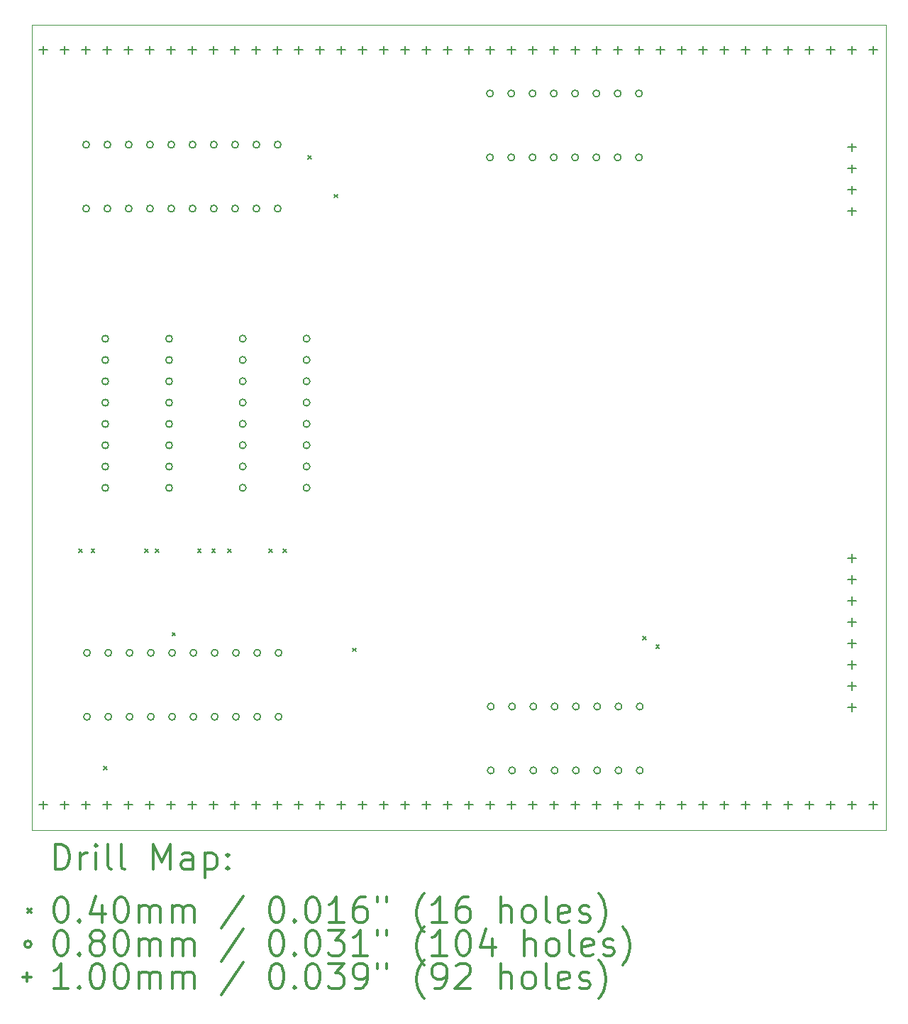
<source format=gbr>
%FSLAX45Y45*%
G04 Gerber Fmt 4.5, Leading zero omitted, Abs format (unit mm)*
G04 Created by KiCad (PCBNEW (5.1.9)-1) date 2022-07-23 11:43:17*
%MOMM*%
%LPD*%
G01*
G04 APERTURE LIST*
%TA.AperFunction,Profile*%
%ADD10C,0.100000*%
%TD*%
%ADD11C,0.200000*%
%ADD12C,0.300000*%
G04 APERTURE END LIST*
D10*
X8500000Y-13900000D02*
X8500000Y-4300000D01*
X18700000Y-13900000D02*
X8500000Y-13900000D01*
X18700000Y-4300000D02*
X18700000Y-13900000D01*
X8500000Y-4300000D02*
X18700000Y-4300000D01*
D11*
X9060000Y-10550000D02*
X9100000Y-10590000D01*
X9100000Y-10550000D02*
X9060000Y-10590000D01*
X9210000Y-10550000D02*
X9250000Y-10590000D01*
X9250000Y-10550000D02*
X9210000Y-10590000D01*
X9360001Y-13140000D02*
X9400001Y-13180000D01*
X9400001Y-13140000D02*
X9360001Y-13180000D01*
X9850000Y-10550000D02*
X9890000Y-10590000D01*
X9890000Y-10550000D02*
X9850000Y-10590000D01*
X9980000Y-10551050D02*
X10020000Y-10591050D01*
X10020000Y-10551050D02*
X9980000Y-10591050D01*
X10175000Y-11545000D02*
X10215000Y-11585000D01*
X10215000Y-11545000D02*
X10175000Y-11585000D01*
X10480000Y-10550000D02*
X10520000Y-10590000D01*
X10520000Y-10550000D02*
X10480000Y-10590000D01*
X10650000Y-10550000D02*
X10690000Y-10590000D01*
X10690000Y-10550000D02*
X10650000Y-10590000D01*
X10840000Y-10550000D02*
X10880000Y-10590000D01*
X10880000Y-10550000D02*
X10840000Y-10590000D01*
X11330000Y-10550000D02*
X11370000Y-10590000D01*
X11370000Y-10550000D02*
X11330000Y-10590000D01*
X11500000Y-10550000D02*
X11540000Y-10590000D01*
X11540000Y-10550000D02*
X11500000Y-10590000D01*
X11797500Y-5860000D02*
X11837500Y-5900000D01*
X11837500Y-5860000D02*
X11797500Y-5900000D01*
X12110000Y-6320000D02*
X12150000Y-6360000D01*
X12150000Y-6320000D02*
X12110000Y-6360000D01*
X12330000Y-11730000D02*
X12370000Y-11770000D01*
X12370000Y-11730000D02*
X12330000Y-11770000D01*
X15792000Y-11592000D02*
X15832000Y-11632000D01*
X15832000Y-11592000D02*
X15792000Y-11632000D01*
X15950000Y-11690000D02*
X15990000Y-11730000D01*
X15990000Y-11690000D02*
X15950000Y-11730000D01*
X9190000Y-5728000D02*
G75*
G03*
X9190000Y-5728000I-40000J0D01*
G01*
X9190000Y-6490000D02*
G75*
G03*
X9190000Y-6490000I-40000J0D01*
G01*
X9200000Y-11788000D02*
G75*
G03*
X9200000Y-11788000I-40000J0D01*
G01*
X9200000Y-12550000D02*
G75*
G03*
X9200000Y-12550000I-40000J0D01*
G01*
X9418000Y-8042000D02*
G75*
G03*
X9418000Y-8042000I-40000J0D01*
G01*
X9418000Y-8296000D02*
G75*
G03*
X9418000Y-8296000I-40000J0D01*
G01*
X9418000Y-8550000D02*
G75*
G03*
X9418000Y-8550000I-40000J0D01*
G01*
X9418000Y-8804000D02*
G75*
G03*
X9418000Y-8804000I-40000J0D01*
G01*
X9418000Y-9058000D02*
G75*
G03*
X9418000Y-9058000I-40000J0D01*
G01*
X9418000Y-9312000D02*
G75*
G03*
X9418000Y-9312000I-40000J0D01*
G01*
X9418000Y-9566000D02*
G75*
G03*
X9418000Y-9566000I-40000J0D01*
G01*
X9418000Y-9820000D02*
G75*
G03*
X9418000Y-9820000I-40000J0D01*
G01*
X9444000Y-5728000D02*
G75*
G03*
X9444000Y-5728000I-40000J0D01*
G01*
X9444000Y-6490000D02*
G75*
G03*
X9444000Y-6490000I-40000J0D01*
G01*
X9454000Y-11788000D02*
G75*
G03*
X9454000Y-11788000I-40000J0D01*
G01*
X9454000Y-12550000D02*
G75*
G03*
X9454000Y-12550000I-40000J0D01*
G01*
X9698000Y-5728000D02*
G75*
G03*
X9698000Y-5728000I-40000J0D01*
G01*
X9698000Y-6490000D02*
G75*
G03*
X9698000Y-6490000I-40000J0D01*
G01*
X9708000Y-11788000D02*
G75*
G03*
X9708000Y-11788000I-40000J0D01*
G01*
X9708000Y-12550000D02*
G75*
G03*
X9708000Y-12550000I-40000J0D01*
G01*
X9952000Y-5728000D02*
G75*
G03*
X9952000Y-5728000I-40000J0D01*
G01*
X9952000Y-6490000D02*
G75*
G03*
X9952000Y-6490000I-40000J0D01*
G01*
X9962000Y-11788000D02*
G75*
G03*
X9962000Y-11788000I-40000J0D01*
G01*
X9962000Y-12550000D02*
G75*
G03*
X9962000Y-12550000I-40000J0D01*
G01*
X10180000Y-8042000D02*
G75*
G03*
X10180000Y-8042000I-40000J0D01*
G01*
X10180000Y-8296000D02*
G75*
G03*
X10180000Y-8296000I-40000J0D01*
G01*
X10180000Y-8550000D02*
G75*
G03*
X10180000Y-8550000I-40000J0D01*
G01*
X10180000Y-8804000D02*
G75*
G03*
X10180000Y-8804000I-40000J0D01*
G01*
X10180000Y-9058000D02*
G75*
G03*
X10180000Y-9058000I-40000J0D01*
G01*
X10180000Y-9312000D02*
G75*
G03*
X10180000Y-9312000I-40000J0D01*
G01*
X10180000Y-9566000D02*
G75*
G03*
X10180000Y-9566000I-40000J0D01*
G01*
X10180000Y-9820000D02*
G75*
G03*
X10180000Y-9820000I-40000J0D01*
G01*
X10206000Y-5728000D02*
G75*
G03*
X10206000Y-5728000I-40000J0D01*
G01*
X10206000Y-6490000D02*
G75*
G03*
X10206000Y-6490000I-40000J0D01*
G01*
X10216000Y-11788000D02*
G75*
G03*
X10216000Y-11788000I-40000J0D01*
G01*
X10216000Y-12550000D02*
G75*
G03*
X10216000Y-12550000I-40000J0D01*
G01*
X10460000Y-5728000D02*
G75*
G03*
X10460000Y-5728000I-40000J0D01*
G01*
X10460000Y-6490000D02*
G75*
G03*
X10460000Y-6490000I-40000J0D01*
G01*
X10470000Y-11788000D02*
G75*
G03*
X10470000Y-11788000I-40000J0D01*
G01*
X10470000Y-12550000D02*
G75*
G03*
X10470000Y-12550000I-40000J0D01*
G01*
X10714000Y-5728000D02*
G75*
G03*
X10714000Y-5728000I-40000J0D01*
G01*
X10714000Y-6490000D02*
G75*
G03*
X10714000Y-6490000I-40000J0D01*
G01*
X10724000Y-11788000D02*
G75*
G03*
X10724000Y-11788000I-40000J0D01*
G01*
X10724000Y-12550000D02*
G75*
G03*
X10724000Y-12550000I-40000J0D01*
G01*
X10968000Y-5728000D02*
G75*
G03*
X10968000Y-5728000I-40000J0D01*
G01*
X10968000Y-6490000D02*
G75*
G03*
X10968000Y-6490000I-40000J0D01*
G01*
X10978000Y-11788000D02*
G75*
G03*
X10978000Y-11788000I-40000J0D01*
G01*
X10978000Y-12550000D02*
G75*
G03*
X10978000Y-12550000I-40000J0D01*
G01*
X11058000Y-8042000D02*
G75*
G03*
X11058000Y-8042000I-40000J0D01*
G01*
X11058000Y-8296000D02*
G75*
G03*
X11058000Y-8296000I-40000J0D01*
G01*
X11058000Y-8550000D02*
G75*
G03*
X11058000Y-8550000I-40000J0D01*
G01*
X11058000Y-8804000D02*
G75*
G03*
X11058000Y-8804000I-40000J0D01*
G01*
X11058000Y-9058000D02*
G75*
G03*
X11058000Y-9058000I-40000J0D01*
G01*
X11058000Y-9312000D02*
G75*
G03*
X11058000Y-9312000I-40000J0D01*
G01*
X11058000Y-9566000D02*
G75*
G03*
X11058000Y-9566000I-40000J0D01*
G01*
X11058000Y-9820000D02*
G75*
G03*
X11058000Y-9820000I-40000J0D01*
G01*
X11222000Y-5728000D02*
G75*
G03*
X11222000Y-5728000I-40000J0D01*
G01*
X11222000Y-6490000D02*
G75*
G03*
X11222000Y-6490000I-40000J0D01*
G01*
X11232000Y-11788000D02*
G75*
G03*
X11232000Y-11788000I-40000J0D01*
G01*
X11232000Y-12550000D02*
G75*
G03*
X11232000Y-12550000I-40000J0D01*
G01*
X11476000Y-5728000D02*
G75*
G03*
X11476000Y-5728000I-40000J0D01*
G01*
X11476000Y-6490000D02*
G75*
G03*
X11476000Y-6490000I-40000J0D01*
G01*
X11486000Y-11788000D02*
G75*
G03*
X11486000Y-11788000I-40000J0D01*
G01*
X11486000Y-12550000D02*
G75*
G03*
X11486000Y-12550000I-40000J0D01*
G01*
X11820000Y-8042000D02*
G75*
G03*
X11820000Y-8042000I-40000J0D01*
G01*
X11820000Y-8296000D02*
G75*
G03*
X11820000Y-8296000I-40000J0D01*
G01*
X11820000Y-8550000D02*
G75*
G03*
X11820000Y-8550000I-40000J0D01*
G01*
X11820000Y-8804000D02*
G75*
G03*
X11820000Y-8804000I-40000J0D01*
G01*
X11820000Y-9058000D02*
G75*
G03*
X11820000Y-9058000I-40000J0D01*
G01*
X11820000Y-9312000D02*
G75*
G03*
X11820000Y-9312000I-40000J0D01*
G01*
X11820000Y-9566000D02*
G75*
G03*
X11820000Y-9566000I-40000J0D01*
G01*
X11820000Y-9820000D02*
G75*
G03*
X11820000Y-9820000I-40000J0D01*
G01*
X14010000Y-5118000D02*
G75*
G03*
X14010000Y-5118000I-40000J0D01*
G01*
X14010000Y-5880000D02*
G75*
G03*
X14010000Y-5880000I-40000J0D01*
G01*
X14020000Y-12428000D02*
G75*
G03*
X14020000Y-12428000I-40000J0D01*
G01*
X14020000Y-13190000D02*
G75*
G03*
X14020000Y-13190000I-40000J0D01*
G01*
X14264000Y-5118000D02*
G75*
G03*
X14264000Y-5118000I-40000J0D01*
G01*
X14264000Y-5880000D02*
G75*
G03*
X14264000Y-5880000I-40000J0D01*
G01*
X14274000Y-12428000D02*
G75*
G03*
X14274000Y-12428000I-40000J0D01*
G01*
X14274000Y-13190000D02*
G75*
G03*
X14274000Y-13190000I-40000J0D01*
G01*
X14518000Y-5118000D02*
G75*
G03*
X14518000Y-5118000I-40000J0D01*
G01*
X14518000Y-5880000D02*
G75*
G03*
X14518000Y-5880000I-40000J0D01*
G01*
X14528000Y-12428000D02*
G75*
G03*
X14528000Y-12428000I-40000J0D01*
G01*
X14528000Y-13190000D02*
G75*
G03*
X14528000Y-13190000I-40000J0D01*
G01*
X14772000Y-5118000D02*
G75*
G03*
X14772000Y-5118000I-40000J0D01*
G01*
X14772000Y-5880000D02*
G75*
G03*
X14772000Y-5880000I-40000J0D01*
G01*
X14782000Y-12428000D02*
G75*
G03*
X14782000Y-12428000I-40000J0D01*
G01*
X14782000Y-13190000D02*
G75*
G03*
X14782000Y-13190000I-40000J0D01*
G01*
X15026000Y-5118000D02*
G75*
G03*
X15026000Y-5118000I-40000J0D01*
G01*
X15026000Y-5880000D02*
G75*
G03*
X15026000Y-5880000I-40000J0D01*
G01*
X15036000Y-12428000D02*
G75*
G03*
X15036000Y-12428000I-40000J0D01*
G01*
X15036000Y-13190000D02*
G75*
G03*
X15036000Y-13190000I-40000J0D01*
G01*
X15280000Y-5118000D02*
G75*
G03*
X15280000Y-5118000I-40000J0D01*
G01*
X15280000Y-5880000D02*
G75*
G03*
X15280000Y-5880000I-40000J0D01*
G01*
X15290000Y-12428000D02*
G75*
G03*
X15290000Y-12428000I-40000J0D01*
G01*
X15290000Y-13190000D02*
G75*
G03*
X15290000Y-13190000I-40000J0D01*
G01*
X15534000Y-5118000D02*
G75*
G03*
X15534000Y-5118000I-40000J0D01*
G01*
X15534000Y-5880000D02*
G75*
G03*
X15534000Y-5880000I-40000J0D01*
G01*
X15544000Y-12428000D02*
G75*
G03*
X15544000Y-12428000I-40000J0D01*
G01*
X15544000Y-13190000D02*
G75*
G03*
X15544000Y-13190000I-40000J0D01*
G01*
X15788000Y-5118000D02*
G75*
G03*
X15788000Y-5118000I-40000J0D01*
G01*
X15788000Y-5880000D02*
G75*
G03*
X15788000Y-5880000I-40000J0D01*
G01*
X15798000Y-12428000D02*
G75*
G03*
X15798000Y-12428000I-40000J0D01*
G01*
X15798000Y-13190000D02*
G75*
G03*
X15798000Y-13190000I-40000J0D01*
G01*
X8640000Y-4550000D02*
X8640000Y-4650000D01*
X8590000Y-4600000D02*
X8690000Y-4600000D01*
X8640000Y-13550000D02*
X8640000Y-13650000D01*
X8590000Y-13600000D02*
X8690000Y-13600000D01*
X8894000Y-4550000D02*
X8894000Y-4650000D01*
X8844000Y-4600000D02*
X8944000Y-4600000D01*
X8894000Y-13550000D02*
X8894000Y-13650000D01*
X8844000Y-13600000D02*
X8944000Y-13600000D01*
X9148000Y-4550000D02*
X9148000Y-4650000D01*
X9098000Y-4600000D02*
X9198000Y-4600000D01*
X9148000Y-13550000D02*
X9148000Y-13650000D01*
X9098000Y-13600000D02*
X9198000Y-13600000D01*
X9402000Y-4550000D02*
X9402000Y-4650000D01*
X9352000Y-4600000D02*
X9452000Y-4600000D01*
X9402000Y-13550000D02*
X9402000Y-13650000D01*
X9352000Y-13600000D02*
X9452000Y-13600000D01*
X9656000Y-4550000D02*
X9656000Y-4650000D01*
X9606000Y-4600000D02*
X9706000Y-4600000D01*
X9656000Y-13550000D02*
X9656000Y-13650000D01*
X9606000Y-13600000D02*
X9706000Y-13600000D01*
X9910000Y-4550000D02*
X9910000Y-4650000D01*
X9860000Y-4600000D02*
X9960000Y-4600000D01*
X9910000Y-13550000D02*
X9910000Y-13650000D01*
X9860000Y-13600000D02*
X9960000Y-13600000D01*
X10164000Y-4550000D02*
X10164000Y-4650000D01*
X10114000Y-4600000D02*
X10214000Y-4600000D01*
X10164000Y-13550000D02*
X10164000Y-13650000D01*
X10114000Y-13600000D02*
X10214000Y-13600000D01*
X10418000Y-4550000D02*
X10418000Y-4650000D01*
X10368000Y-4600000D02*
X10468000Y-4600000D01*
X10418000Y-13550000D02*
X10418000Y-13650000D01*
X10368000Y-13600000D02*
X10468000Y-13600000D01*
X10672000Y-4550000D02*
X10672000Y-4650000D01*
X10622000Y-4600000D02*
X10722000Y-4600000D01*
X10672000Y-13550000D02*
X10672000Y-13650000D01*
X10622000Y-13600000D02*
X10722000Y-13600000D01*
X10926000Y-4550000D02*
X10926000Y-4650000D01*
X10876000Y-4600000D02*
X10976000Y-4600000D01*
X10926000Y-13550000D02*
X10926000Y-13650000D01*
X10876000Y-13600000D02*
X10976000Y-13600000D01*
X11180000Y-4550000D02*
X11180000Y-4650000D01*
X11130000Y-4600000D02*
X11230000Y-4600000D01*
X11180000Y-13550000D02*
X11180000Y-13650000D01*
X11130000Y-13600000D02*
X11230000Y-13600000D01*
X11434000Y-4550000D02*
X11434000Y-4650000D01*
X11384000Y-4600000D02*
X11484000Y-4600000D01*
X11434000Y-13550000D02*
X11434000Y-13650000D01*
X11384000Y-13600000D02*
X11484000Y-13600000D01*
X11688000Y-4550000D02*
X11688000Y-4650000D01*
X11638000Y-4600000D02*
X11738000Y-4600000D01*
X11688000Y-13550000D02*
X11688000Y-13650000D01*
X11638000Y-13600000D02*
X11738000Y-13600000D01*
X11942000Y-4550000D02*
X11942000Y-4650000D01*
X11892000Y-4600000D02*
X11992000Y-4600000D01*
X11942000Y-13550000D02*
X11942000Y-13650000D01*
X11892000Y-13600000D02*
X11992000Y-13600000D01*
X12196000Y-4550000D02*
X12196000Y-4650000D01*
X12146000Y-4600000D02*
X12246000Y-4600000D01*
X12196000Y-13550000D02*
X12196000Y-13650000D01*
X12146000Y-13600000D02*
X12246000Y-13600000D01*
X12450000Y-4550000D02*
X12450000Y-4650000D01*
X12400000Y-4600000D02*
X12500000Y-4600000D01*
X12450000Y-13550000D02*
X12450000Y-13650000D01*
X12400000Y-13600000D02*
X12500000Y-13600000D01*
X12704000Y-4550000D02*
X12704000Y-4650000D01*
X12654000Y-4600000D02*
X12754000Y-4600000D01*
X12704000Y-13550000D02*
X12704000Y-13650000D01*
X12654000Y-13600000D02*
X12754000Y-13600000D01*
X12958000Y-4550000D02*
X12958000Y-4650000D01*
X12908000Y-4600000D02*
X13008000Y-4600000D01*
X12958000Y-13550000D02*
X12958000Y-13650000D01*
X12908000Y-13600000D02*
X13008000Y-13600000D01*
X13212000Y-4550000D02*
X13212000Y-4650000D01*
X13162000Y-4600000D02*
X13262000Y-4600000D01*
X13212000Y-13550000D02*
X13212000Y-13650000D01*
X13162000Y-13600000D02*
X13262000Y-13600000D01*
X13466000Y-4550000D02*
X13466000Y-4650000D01*
X13416000Y-4600000D02*
X13516000Y-4600000D01*
X13466000Y-13550000D02*
X13466000Y-13650000D01*
X13416000Y-13600000D02*
X13516000Y-13600000D01*
X13720000Y-4550000D02*
X13720000Y-4650000D01*
X13670000Y-4600000D02*
X13770000Y-4600000D01*
X13720000Y-13550000D02*
X13720000Y-13650000D01*
X13670000Y-13600000D02*
X13770000Y-13600000D01*
X13974000Y-4550000D02*
X13974000Y-4650000D01*
X13924000Y-4600000D02*
X14024000Y-4600000D01*
X13974000Y-13550000D02*
X13974000Y-13650000D01*
X13924000Y-13600000D02*
X14024000Y-13600000D01*
X14228000Y-4550000D02*
X14228000Y-4650000D01*
X14178000Y-4600000D02*
X14278000Y-4600000D01*
X14228000Y-13550000D02*
X14228000Y-13650000D01*
X14178000Y-13600000D02*
X14278000Y-13600000D01*
X14482000Y-4550000D02*
X14482000Y-4650000D01*
X14432000Y-4600000D02*
X14532000Y-4600000D01*
X14482000Y-13550000D02*
X14482000Y-13650000D01*
X14432000Y-13600000D02*
X14532000Y-13600000D01*
X14736000Y-4550000D02*
X14736000Y-4650000D01*
X14686000Y-4600000D02*
X14786000Y-4600000D01*
X14736000Y-13550000D02*
X14736000Y-13650000D01*
X14686000Y-13600000D02*
X14786000Y-13600000D01*
X14990000Y-4550000D02*
X14990000Y-4650000D01*
X14940000Y-4600000D02*
X15040000Y-4600000D01*
X14990000Y-13550000D02*
X14990000Y-13650000D01*
X14940000Y-13600000D02*
X15040000Y-13600000D01*
X15244000Y-4550000D02*
X15244000Y-4650000D01*
X15194000Y-4600000D02*
X15294000Y-4600000D01*
X15244000Y-13550000D02*
X15244000Y-13650000D01*
X15194000Y-13600000D02*
X15294000Y-13600000D01*
X15498000Y-4550000D02*
X15498000Y-4650000D01*
X15448000Y-4600000D02*
X15548000Y-4600000D01*
X15498000Y-13550000D02*
X15498000Y-13650000D01*
X15448000Y-13600000D02*
X15548000Y-13600000D01*
X15752000Y-4550000D02*
X15752000Y-4650000D01*
X15702000Y-4600000D02*
X15802000Y-4600000D01*
X15752000Y-13550000D02*
X15752000Y-13650000D01*
X15702000Y-13600000D02*
X15802000Y-13600000D01*
X16006000Y-4550000D02*
X16006000Y-4650000D01*
X15956000Y-4600000D02*
X16056000Y-4600000D01*
X16006000Y-13550000D02*
X16006000Y-13650000D01*
X15956000Y-13600000D02*
X16056000Y-13600000D01*
X16260000Y-4550000D02*
X16260000Y-4650000D01*
X16210000Y-4600000D02*
X16310000Y-4600000D01*
X16260000Y-13550000D02*
X16260000Y-13650000D01*
X16210000Y-13600000D02*
X16310000Y-13600000D01*
X16514000Y-4550000D02*
X16514000Y-4650000D01*
X16464000Y-4600000D02*
X16564000Y-4600000D01*
X16514000Y-13550000D02*
X16514000Y-13650000D01*
X16464000Y-13600000D02*
X16564000Y-13600000D01*
X16768000Y-4550000D02*
X16768000Y-4650000D01*
X16718000Y-4600000D02*
X16818000Y-4600000D01*
X16768000Y-13550000D02*
X16768000Y-13650000D01*
X16718000Y-13600000D02*
X16818000Y-13600000D01*
X17022000Y-4550000D02*
X17022000Y-4650000D01*
X16972000Y-4600000D02*
X17072000Y-4600000D01*
X17022000Y-13550000D02*
X17022000Y-13650000D01*
X16972000Y-13600000D02*
X17072000Y-13600000D01*
X17276000Y-4550000D02*
X17276000Y-4650000D01*
X17226000Y-4600000D02*
X17326000Y-4600000D01*
X17276000Y-13550000D02*
X17276000Y-13650000D01*
X17226000Y-13600000D02*
X17326000Y-13600000D01*
X17530000Y-4550000D02*
X17530000Y-4650000D01*
X17480000Y-4600000D02*
X17580000Y-4600000D01*
X17530000Y-13550000D02*
X17530000Y-13650000D01*
X17480000Y-13600000D02*
X17580000Y-13600000D01*
X17784000Y-4550000D02*
X17784000Y-4650000D01*
X17734000Y-4600000D02*
X17834000Y-4600000D01*
X17784000Y-13550000D02*
X17784000Y-13650000D01*
X17734000Y-13600000D02*
X17834000Y-13600000D01*
X18038000Y-4550000D02*
X18038000Y-4650000D01*
X17988000Y-4600000D02*
X18088000Y-4600000D01*
X18038000Y-13550000D02*
X18038000Y-13650000D01*
X17988000Y-13600000D02*
X18088000Y-13600000D01*
X18290000Y-5710000D02*
X18290000Y-5810000D01*
X18240000Y-5760000D02*
X18340000Y-5760000D01*
X18290000Y-5964000D02*
X18290000Y-6064000D01*
X18240000Y-6014000D02*
X18340000Y-6014000D01*
X18290000Y-6218000D02*
X18290000Y-6318000D01*
X18240000Y-6268000D02*
X18340000Y-6268000D01*
X18290000Y-6472000D02*
X18290000Y-6572000D01*
X18240000Y-6522000D02*
X18340000Y-6522000D01*
X18290000Y-10610000D02*
X18290000Y-10710000D01*
X18240000Y-10660000D02*
X18340000Y-10660000D01*
X18290000Y-10864000D02*
X18290000Y-10964000D01*
X18240000Y-10914000D02*
X18340000Y-10914000D01*
X18290000Y-11118000D02*
X18290000Y-11218000D01*
X18240000Y-11168000D02*
X18340000Y-11168000D01*
X18290000Y-11372000D02*
X18290000Y-11472000D01*
X18240000Y-11422000D02*
X18340000Y-11422000D01*
X18290000Y-11626000D02*
X18290000Y-11726000D01*
X18240000Y-11676000D02*
X18340000Y-11676000D01*
X18290000Y-11880000D02*
X18290000Y-11980000D01*
X18240000Y-11930000D02*
X18340000Y-11930000D01*
X18290000Y-12134000D02*
X18290000Y-12234000D01*
X18240000Y-12184000D02*
X18340000Y-12184000D01*
X18290000Y-12388000D02*
X18290000Y-12488000D01*
X18240000Y-12438000D02*
X18340000Y-12438000D01*
X18292000Y-4550000D02*
X18292000Y-4650000D01*
X18242000Y-4600000D02*
X18342000Y-4600000D01*
X18292000Y-13550000D02*
X18292000Y-13650000D01*
X18242000Y-13600000D02*
X18342000Y-13600000D01*
X18546000Y-4550000D02*
X18546000Y-4650000D01*
X18496000Y-4600000D02*
X18596000Y-4600000D01*
X18546000Y-13550000D02*
X18546000Y-13650000D01*
X18496000Y-13600000D02*
X18596000Y-13600000D01*
D12*
X8781428Y-14370714D02*
X8781428Y-14070714D01*
X8852857Y-14070714D01*
X8895714Y-14085000D01*
X8924286Y-14113571D01*
X8938571Y-14142143D01*
X8952857Y-14199286D01*
X8952857Y-14242143D01*
X8938571Y-14299286D01*
X8924286Y-14327857D01*
X8895714Y-14356429D01*
X8852857Y-14370714D01*
X8781428Y-14370714D01*
X9081428Y-14370714D02*
X9081428Y-14170714D01*
X9081428Y-14227857D02*
X9095714Y-14199286D01*
X9110000Y-14185000D01*
X9138571Y-14170714D01*
X9167143Y-14170714D01*
X9267143Y-14370714D02*
X9267143Y-14170714D01*
X9267143Y-14070714D02*
X9252857Y-14085000D01*
X9267143Y-14099286D01*
X9281428Y-14085000D01*
X9267143Y-14070714D01*
X9267143Y-14099286D01*
X9452857Y-14370714D02*
X9424286Y-14356429D01*
X9410000Y-14327857D01*
X9410000Y-14070714D01*
X9610000Y-14370714D02*
X9581428Y-14356429D01*
X9567143Y-14327857D01*
X9567143Y-14070714D01*
X9952857Y-14370714D02*
X9952857Y-14070714D01*
X10052857Y-14285000D01*
X10152857Y-14070714D01*
X10152857Y-14370714D01*
X10424286Y-14370714D02*
X10424286Y-14213571D01*
X10410000Y-14185000D01*
X10381428Y-14170714D01*
X10324286Y-14170714D01*
X10295714Y-14185000D01*
X10424286Y-14356429D02*
X10395714Y-14370714D01*
X10324286Y-14370714D01*
X10295714Y-14356429D01*
X10281428Y-14327857D01*
X10281428Y-14299286D01*
X10295714Y-14270714D01*
X10324286Y-14256429D01*
X10395714Y-14256429D01*
X10424286Y-14242143D01*
X10567143Y-14170714D02*
X10567143Y-14470714D01*
X10567143Y-14185000D02*
X10595714Y-14170714D01*
X10652857Y-14170714D01*
X10681428Y-14185000D01*
X10695714Y-14199286D01*
X10710000Y-14227857D01*
X10710000Y-14313571D01*
X10695714Y-14342143D01*
X10681428Y-14356429D01*
X10652857Y-14370714D01*
X10595714Y-14370714D01*
X10567143Y-14356429D01*
X10838571Y-14342143D02*
X10852857Y-14356429D01*
X10838571Y-14370714D01*
X10824286Y-14356429D01*
X10838571Y-14342143D01*
X10838571Y-14370714D01*
X10838571Y-14185000D02*
X10852857Y-14199286D01*
X10838571Y-14213571D01*
X10824286Y-14199286D01*
X10838571Y-14185000D01*
X10838571Y-14213571D01*
X8455000Y-14845000D02*
X8495000Y-14885000D01*
X8495000Y-14845000D02*
X8455000Y-14885000D01*
X8838571Y-14700714D02*
X8867143Y-14700714D01*
X8895714Y-14715000D01*
X8910000Y-14729286D01*
X8924286Y-14757857D01*
X8938571Y-14815000D01*
X8938571Y-14886429D01*
X8924286Y-14943571D01*
X8910000Y-14972143D01*
X8895714Y-14986429D01*
X8867143Y-15000714D01*
X8838571Y-15000714D01*
X8810000Y-14986429D01*
X8795714Y-14972143D01*
X8781428Y-14943571D01*
X8767143Y-14886429D01*
X8767143Y-14815000D01*
X8781428Y-14757857D01*
X8795714Y-14729286D01*
X8810000Y-14715000D01*
X8838571Y-14700714D01*
X9067143Y-14972143D02*
X9081428Y-14986429D01*
X9067143Y-15000714D01*
X9052857Y-14986429D01*
X9067143Y-14972143D01*
X9067143Y-15000714D01*
X9338571Y-14800714D02*
X9338571Y-15000714D01*
X9267143Y-14686429D02*
X9195714Y-14900714D01*
X9381428Y-14900714D01*
X9552857Y-14700714D02*
X9581428Y-14700714D01*
X9610000Y-14715000D01*
X9624286Y-14729286D01*
X9638571Y-14757857D01*
X9652857Y-14815000D01*
X9652857Y-14886429D01*
X9638571Y-14943571D01*
X9624286Y-14972143D01*
X9610000Y-14986429D01*
X9581428Y-15000714D01*
X9552857Y-15000714D01*
X9524286Y-14986429D01*
X9510000Y-14972143D01*
X9495714Y-14943571D01*
X9481428Y-14886429D01*
X9481428Y-14815000D01*
X9495714Y-14757857D01*
X9510000Y-14729286D01*
X9524286Y-14715000D01*
X9552857Y-14700714D01*
X9781428Y-15000714D02*
X9781428Y-14800714D01*
X9781428Y-14829286D02*
X9795714Y-14815000D01*
X9824286Y-14800714D01*
X9867143Y-14800714D01*
X9895714Y-14815000D01*
X9910000Y-14843571D01*
X9910000Y-15000714D01*
X9910000Y-14843571D02*
X9924286Y-14815000D01*
X9952857Y-14800714D01*
X9995714Y-14800714D01*
X10024286Y-14815000D01*
X10038571Y-14843571D01*
X10038571Y-15000714D01*
X10181428Y-15000714D02*
X10181428Y-14800714D01*
X10181428Y-14829286D02*
X10195714Y-14815000D01*
X10224286Y-14800714D01*
X10267143Y-14800714D01*
X10295714Y-14815000D01*
X10310000Y-14843571D01*
X10310000Y-15000714D01*
X10310000Y-14843571D02*
X10324286Y-14815000D01*
X10352857Y-14800714D01*
X10395714Y-14800714D01*
X10424286Y-14815000D01*
X10438571Y-14843571D01*
X10438571Y-15000714D01*
X11024286Y-14686429D02*
X10767143Y-15072143D01*
X11410000Y-14700714D02*
X11438571Y-14700714D01*
X11467143Y-14715000D01*
X11481428Y-14729286D01*
X11495714Y-14757857D01*
X11510000Y-14815000D01*
X11510000Y-14886429D01*
X11495714Y-14943571D01*
X11481428Y-14972143D01*
X11467143Y-14986429D01*
X11438571Y-15000714D01*
X11410000Y-15000714D01*
X11381428Y-14986429D01*
X11367143Y-14972143D01*
X11352857Y-14943571D01*
X11338571Y-14886429D01*
X11338571Y-14815000D01*
X11352857Y-14757857D01*
X11367143Y-14729286D01*
X11381428Y-14715000D01*
X11410000Y-14700714D01*
X11638571Y-14972143D02*
X11652857Y-14986429D01*
X11638571Y-15000714D01*
X11624286Y-14986429D01*
X11638571Y-14972143D01*
X11638571Y-15000714D01*
X11838571Y-14700714D02*
X11867143Y-14700714D01*
X11895714Y-14715000D01*
X11910000Y-14729286D01*
X11924286Y-14757857D01*
X11938571Y-14815000D01*
X11938571Y-14886429D01*
X11924286Y-14943571D01*
X11910000Y-14972143D01*
X11895714Y-14986429D01*
X11867143Y-15000714D01*
X11838571Y-15000714D01*
X11810000Y-14986429D01*
X11795714Y-14972143D01*
X11781428Y-14943571D01*
X11767143Y-14886429D01*
X11767143Y-14815000D01*
X11781428Y-14757857D01*
X11795714Y-14729286D01*
X11810000Y-14715000D01*
X11838571Y-14700714D01*
X12224286Y-15000714D02*
X12052857Y-15000714D01*
X12138571Y-15000714D02*
X12138571Y-14700714D01*
X12110000Y-14743571D01*
X12081428Y-14772143D01*
X12052857Y-14786429D01*
X12481428Y-14700714D02*
X12424286Y-14700714D01*
X12395714Y-14715000D01*
X12381428Y-14729286D01*
X12352857Y-14772143D01*
X12338571Y-14829286D01*
X12338571Y-14943571D01*
X12352857Y-14972143D01*
X12367143Y-14986429D01*
X12395714Y-15000714D01*
X12452857Y-15000714D01*
X12481428Y-14986429D01*
X12495714Y-14972143D01*
X12510000Y-14943571D01*
X12510000Y-14872143D01*
X12495714Y-14843571D01*
X12481428Y-14829286D01*
X12452857Y-14815000D01*
X12395714Y-14815000D01*
X12367143Y-14829286D01*
X12352857Y-14843571D01*
X12338571Y-14872143D01*
X12624286Y-14700714D02*
X12624286Y-14757857D01*
X12738571Y-14700714D02*
X12738571Y-14757857D01*
X13181428Y-15115000D02*
X13167143Y-15100714D01*
X13138571Y-15057857D01*
X13124286Y-15029286D01*
X13110000Y-14986429D01*
X13095714Y-14915000D01*
X13095714Y-14857857D01*
X13110000Y-14786429D01*
X13124286Y-14743571D01*
X13138571Y-14715000D01*
X13167143Y-14672143D01*
X13181428Y-14657857D01*
X13452857Y-15000714D02*
X13281428Y-15000714D01*
X13367143Y-15000714D02*
X13367143Y-14700714D01*
X13338571Y-14743571D01*
X13310000Y-14772143D01*
X13281428Y-14786429D01*
X13710000Y-14700714D02*
X13652857Y-14700714D01*
X13624286Y-14715000D01*
X13610000Y-14729286D01*
X13581428Y-14772143D01*
X13567143Y-14829286D01*
X13567143Y-14943571D01*
X13581428Y-14972143D01*
X13595714Y-14986429D01*
X13624286Y-15000714D01*
X13681428Y-15000714D01*
X13710000Y-14986429D01*
X13724286Y-14972143D01*
X13738571Y-14943571D01*
X13738571Y-14872143D01*
X13724286Y-14843571D01*
X13710000Y-14829286D01*
X13681428Y-14815000D01*
X13624286Y-14815000D01*
X13595714Y-14829286D01*
X13581428Y-14843571D01*
X13567143Y-14872143D01*
X14095714Y-15000714D02*
X14095714Y-14700714D01*
X14224286Y-15000714D02*
X14224286Y-14843571D01*
X14210000Y-14815000D01*
X14181428Y-14800714D01*
X14138571Y-14800714D01*
X14110000Y-14815000D01*
X14095714Y-14829286D01*
X14410000Y-15000714D02*
X14381428Y-14986429D01*
X14367143Y-14972143D01*
X14352857Y-14943571D01*
X14352857Y-14857857D01*
X14367143Y-14829286D01*
X14381428Y-14815000D01*
X14410000Y-14800714D01*
X14452857Y-14800714D01*
X14481428Y-14815000D01*
X14495714Y-14829286D01*
X14510000Y-14857857D01*
X14510000Y-14943571D01*
X14495714Y-14972143D01*
X14481428Y-14986429D01*
X14452857Y-15000714D01*
X14410000Y-15000714D01*
X14681428Y-15000714D02*
X14652857Y-14986429D01*
X14638571Y-14957857D01*
X14638571Y-14700714D01*
X14910000Y-14986429D02*
X14881428Y-15000714D01*
X14824286Y-15000714D01*
X14795714Y-14986429D01*
X14781428Y-14957857D01*
X14781428Y-14843571D01*
X14795714Y-14815000D01*
X14824286Y-14800714D01*
X14881428Y-14800714D01*
X14910000Y-14815000D01*
X14924286Y-14843571D01*
X14924286Y-14872143D01*
X14781428Y-14900714D01*
X15038571Y-14986429D02*
X15067143Y-15000714D01*
X15124286Y-15000714D01*
X15152857Y-14986429D01*
X15167143Y-14957857D01*
X15167143Y-14943571D01*
X15152857Y-14915000D01*
X15124286Y-14900714D01*
X15081428Y-14900714D01*
X15052857Y-14886429D01*
X15038571Y-14857857D01*
X15038571Y-14843571D01*
X15052857Y-14815000D01*
X15081428Y-14800714D01*
X15124286Y-14800714D01*
X15152857Y-14815000D01*
X15267143Y-15115000D02*
X15281428Y-15100714D01*
X15310000Y-15057857D01*
X15324286Y-15029286D01*
X15338571Y-14986429D01*
X15352857Y-14915000D01*
X15352857Y-14857857D01*
X15338571Y-14786429D01*
X15324286Y-14743571D01*
X15310000Y-14715000D01*
X15281428Y-14672143D01*
X15267143Y-14657857D01*
X8495000Y-15261000D02*
G75*
G03*
X8495000Y-15261000I-40000J0D01*
G01*
X8838571Y-15096714D02*
X8867143Y-15096714D01*
X8895714Y-15111000D01*
X8910000Y-15125286D01*
X8924286Y-15153857D01*
X8938571Y-15211000D01*
X8938571Y-15282429D01*
X8924286Y-15339571D01*
X8910000Y-15368143D01*
X8895714Y-15382429D01*
X8867143Y-15396714D01*
X8838571Y-15396714D01*
X8810000Y-15382429D01*
X8795714Y-15368143D01*
X8781428Y-15339571D01*
X8767143Y-15282429D01*
X8767143Y-15211000D01*
X8781428Y-15153857D01*
X8795714Y-15125286D01*
X8810000Y-15111000D01*
X8838571Y-15096714D01*
X9067143Y-15368143D02*
X9081428Y-15382429D01*
X9067143Y-15396714D01*
X9052857Y-15382429D01*
X9067143Y-15368143D01*
X9067143Y-15396714D01*
X9252857Y-15225286D02*
X9224286Y-15211000D01*
X9210000Y-15196714D01*
X9195714Y-15168143D01*
X9195714Y-15153857D01*
X9210000Y-15125286D01*
X9224286Y-15111000D01*
X9252857Y-15096714D01*
X9310000Y-15096714D01*
X9338571Y-15111000D01*
X9352857Y-15125286D01*
X9367143Y-15153857D01*
X9367143Y-15168143D01*
X9352857Y-15196714D01*
X9338571Y-15211000D01*
X9310000Y-15225286D01*
X9252857Y-15225286D01*
X9224286Y-15239571D01*
X9210000Y-15253857D01*
X9195714Y-15282429D01*
X9195714Y-15339571D01*
X9210000Y-15368143D01*
X9224286Y-15382429D01*
X9252857Y-15396714D01*
X9310000Y-15396714D01*
X9338571Y-15382429D01*
X9352857Y-15368143D01*
X9367143Y-15339571D01*
X9367143Y-15282429D01*
X9352857Y-15253857D01*
X9338571Y-15239571D01*
X9310000Y-15225286D01*
X9552857Y-15096714D02*
X9581428Y-15096714D01*
X9610000Y-15111000D01*
X9624286Y-15125286D01*
X9638571Y-15153857D01*
X9652857Y-15211000D01*
X9652857Y-15282429D01*
X9638571Y-15339571D01*
X9624286Y-15368143D01*
X9610000Y-15382429D01*
X9581428Y-15396714D01*
X9552857Y-15396714D01*
X9524286Y-15382429D01*
X9510000Y-15368143D01*
X9495714Y-15339571D01*
X9481428Y-15282429D01*
X9481428Y-15211000D01*
X9495714Y-15153857D01*
X9510000Y-15125286D01*
X9524286Y-15111000D01*
X9552857Y-15096714D01*
X9781428Y-15396714D02*
X9781428Y-15196714D01*
X9781428Y-15225286D02*
X9795714Y-15211000D01*
X9824286Y-15196714D01*
X9867143Y-15196714D01*
X9895714Y-15211000D01*
X9910000Y-15239571D01*
X9910000Y-15396714D01*
X9910000Y-15239571D02*
X9924286Y-15211000D01*
X9952857Y-15196714D01*
X9995714Y-15196714D01*
X10024286Y-15211000D01*
X10038571Y-15239571D01*
X10038571Y-15396714D01*
X10181428Y-15396714D02*
X10181428Y-15196714D01*
X10181428Y-15225286D02*
X10195714Y-15211000D01*
X10224286Y-15196714D01*
X10267143Y-15196714D01*
X10295714Y-15211000D01*
X10310000Y-15239571D01*
X10310000Y-15396714D01*
X10310000Y-15239571D02*
X10324286Y-15211000D01*
X10352857Y-15196714D01*
X10395714Y-15196714D01*
X10424286Y-15211000D01*
X10438571Y-15239571D01*
X10438571Y-15396714D01*
X11024286Y-15082429D02*
X10767143Y-15468143D01*
X11410000Y-15096714D02*
X11438571Y-15096714D01*
X11467143Y-15111000D01*
X11481428Y-15125286D01*
X11495714Y-15153857D01*
X11510000Y-15211000D01*
X11510000Y-15282429D01*
X11495714Y-15339571D01*
X11481428Y-15368143D01*
X11467143Y-15382429D01*
X11438571Y-15396714D01*
X11410000Y-15396714D01*
X11381428Y-15382429D01*
X11367143Y-15368143D01*
X11352857Y-15339571D01*
X11338571Y-15282429D01*
X11338571Y-15211000D01*
X11352857Y-15153857D01*
X11367143Y-15125286D01*
X11381428Y-15111000D01*
X11410000Y-15096714D01*
X11638571Y-15368143D02*
X11652857Y-15382429D01*
X11638571Y-15396714D01*
X11624286Y-15382429D01*
X11638571Y-15368143D01*
X11638571Y-15396714D01*
X11838571Y-15096714D02*
X11867143Y-15096714D01*
X11895714Y-15111000D01*
X11910000Y-15125286D01*
X11924286Y-15153857D01*
X11938571Y-15211000D01*
X11938571Y-15282429D01*
X11924286Y-15339571D01*
X11910000Y-15368143D01*
X11895714Y-15382429D01*
X11867143Y-15396714D01*
X11838571Y-15396714D01*
X11810000Y-15382429D01*
X11795714Y-15368143D01*
X11781428Y-15339571D01*
X11767143Y-15282429D01*
X11767143Y-15211000D01*
X11781428Y-15153857D01*
X11795714Y-15125286D01*
X11810000Y-15111000D01*
X11838571Y-15096714D01*
X12038571Y-15096714D02*
X12224286Y-15096714D01*
X12124286Y-15211000D01*
X12167143Y-15211000D01*
X12195714Y-15225286D01*
X12210000Y-15239571D01*
X12224286Y-15268143D01*
X12224286Y-15339571D01*
X12210000Y-15368143D01*
X12195714Y-15382429D01*
X12167143Y-15396714D01*
X12081428Y-15396714D01*
X12052857Y-15382429D01*
X12038571Y-15368143D01*
X12510000Y-15396714D02*
X12338571Y-15396714D01*
X12424286Y-15396714D02*
X12424286Y-15096714D01*
X12395714Y-15139571D01*
X12367143Y-15168143D01*
X12338571Y-15182429D01*
X12624286Y-15096714D02*
X12624286Y-15153857D01*
X12738571Y-15096714D02*
X12738571Y-15153857D01*
X13181428Y-15511000D02*
X13167143Y-15496714D01*
X13138571Y-15453857D01*
X13124286Y-15425286D01*
X13110000Y-15382429D01*
X13095714Y-15311000D01*
X13095714Y-15253857D01*
X13110000Y-15182429D01*
X13124286Y-15139571D01*
X13138571Y-15111000D01*
X13167143Y-15068143D01*
X13181428Y-15053857D01*
X13452857Y-15396714D02*
X13281428Y-15396714D01*
X13367143Y-15396714D02*
X13367143Y-15096714D01*
X13338571Y-15139571D01*
X13310000Y-15168143D01*
X13281428Y-15182429D01*
X13638571Y-15096714D02*
X13667143Y-15096714D01*
X13695714Y-15111000D01*
X13710000Y-15125286D01*
X13724286Y-15153857D01*
X13738571Y-15211000D01*
X13738571Y-15282429D01*
X13724286Y-15339571D01*
X13710000Y-15368143D01*
X13695714Y-15382429D01*
X13667143Y-15396714D01*
X13638571Y-15396714D01*
X13610000Y-15382429D01*
X13595714Y-15368143D01*
X13581428Y-15339571D01*
X13567143Y-15282429D01*
X13567143Y-15211000D01*
X13581428Y-15153857D01*
X13595714Y-15125286D01*
X13610000Y-15111000D01*
X13638571Y-15096714D01*
X13995714Y-15196714D02*
X13995714Y-15396714D01*
X13924286Y-15082429D02*
X13852857Y-15296714D01*
X14038571Y-15296714D01*
X14381428Y-15396714D02*
X14381428Y-15096714D01*
X14510000Y-15396714D02*
X14510000Y-15239571D01*
X14495714Y-15211000D01*
X14467143Y-15196714D01*
X14424286Y-15196714D01*
X14395714Y-15211000D01*
X14381428Y-15225286D01*
X14695714Y-15396714D02*
X14667143Y-15382429D01*
X14652857Y-15368143D01*
X14638571Y-15339571D01*
X14638571Y-15253857D01*
X14652857Y-15225286D01*
X14667143Y-15211000D01*
X14695714Y-15196714D01*
X14738571Y-15196714D01*
X14767143Y-15211000D01*
X14781428Y-15225286D01*
X14795714Y-15253857D01*
X14795714Y-15339571D01*
X14781428Y-15368143D01*
X14767143Y-15382429D01*
X14738571Y-15396714D01*
X14695714Y-15396714D01*
X14967143Y-15396714D02*
X14938571Y-15382429D01*
X14924286Y-15353857D01*
X14924286Y-15096714D01*
X15195714Y-15382429D02*
X15167143Y-15396714D01*
X15110000Y-15396714D01*
X15081428Y-15382429D01*
X15067143Y-15353857D01*
X15067143Y-15239571D01*
X15081428Y-15211000D01*
X15110000Y-15196714D01*
X15167143Y-15196714D01*
X15195714Y-15211000D01*
X15210000Y-15239571D01*
X15210000Y-15268143D01*
X15067143Y-15296714D01*
X15324286Y-15382429D02*
X15352857Y-15396714D01*
X15410000Y-15396714D01*
X15438571Y-15382429D01*
X15452857Y-15353857D01*
X15452857Y-15339571D01*
X15438571Y-15311000D01*
X15410000Y-15296714D01*
X15367143Y-15296714D01*
X15338571Y-15282429D01*
X15324286Y-15253857D01*
X15324286Y-15239571D01*
X15338571Y-15211000D01*
X15367143Y-15196714D01*
X15410000Y-15196714D01*
X15438571Y-15211000D01*
X15552857Y-15511000D02*
X15567143Y-15496714D01*
X15595714Y-15453857D01*
X15610000Y-15425286D01*
X15624286Y-15382429D01*
X15638571Y-15311000D01*
X15638571Y-15253857D01*
X15624286Y-15182429D01*
X15610000Y-15139571D01*
X15595714Y-15111000D01*
X15567143Y-15068143D01*
X15552857Y-15053857D01*
X8445000Y-15607000D02*
X8445000Y-15707000D01*
X8395000Y-15657000D02*
X8495000Y-15657000D01*
X8938571Y-15792714D02*
X8767143Y-15792714D01*
X8852857Y-15792714D02*
X8852857Y-15492714D01*
X8824286Y-15535571D01*
X8795714Y-15564143D01*
X8767143Y-15578429D01*
X9067143Y-15764143D02*
X9081428Y-15778429D01*
X9067143Y-15792714D01*
X9052857Y-15778429D01*
X9067143Y-15764143D01*
X9067143Y-15792714D01*
X9267143Y-15492714D02*
X9295714Y-15492714D01*
X9324286Y-15507000D01*
X9338571Y-15521286D01*
X9352857Y-15549857D01*
X9367143Y-15607000D01*
X9367143Y-15678429D01*
X9352857Y-15735571D01*
X9338571Y-15764143D01*
X9324286Y-15778429D01*
X9295714Y-15792714D01*
X9267143Y-15792714D01*
X9238571Y-15778429D01*
X9224286Y-15764143D01*
X9210000Y-15735571D01*
X9195714Y-15678429D01*
X9195714Y-15607000D01*
X9210000Y-15549857D01*
X9224286Y-15521286D01*
X9238571Y-15507000D01*
X9267143Y-15492714D01*
X9552857Y-15492714D02*
X9581428Y-15492714D01*
X9610000Y-15507000D01*
X9624286Y-15521286D01*
X9638571Y-15549857D01*
X9652857Y-15607000D01*
X9652857Y-15678429D01*
X9638571Y-15735571D01*
X9624286Y-15764143D01*
X9610000Y-15778429D01*
X9581428Y-15792714D01*
X9552857Y-15792714D01*
X9524286Y-15778429D01*
X9510000Y-15764143D01*
X9495714Y-15735571D01*
X9481428Y-15678429D01*
X9481428Y-15607000D01*
X9495714Y-15549857D01*
X9510000Y-15521286D01*
X9524286Y-15507000D01*
X9552857Y-15492714D01*
X9781428Y-15792714D02*
X9781428Y-15592714D01*
X9781428Y-15621286D02*
X9795714Y-15607000D01*
X9824286Y-15592714D01*
X9867143Y-15592714D01*
X9895714Y-15607000D01*
X9910000Y-15635571D01*
X9910000Y-15792714D01*
X9910000Y-15635571D02*
X9924286Y-15607000D01*
X9952857Y-15592714D01*
X9995714Y-15592714D01*
X10024286Y-15607000D01*
X10038571Y-15635571D01*
X10038571Y-15792714D01*
X10181428Y-15792714D02*
X10181428Y-15592714D01*
X10181428Y-15621286D02*
X10195714Y-15607000D01*
X10224286Y-15592714D01*
X10267143Y-15592714D01*
X10295714Y-15607000D01*
X10310000Y-15635571D01*
X10310000Y-15792714D01*
X10310000Y-15635571D02*
X10324286Y-15607000D01*
X10352857Y-15592714D01*
X10395714Y-15592714D01*
X10424286Y-15607000D01*
X10438571Y-15635571D01*
X10438571Y-15792714D01*
X11024286Y-15478429D02*
X10767143Y-15864143D01*
X11410000Y-15492714D02*
X11438571Y-15492714D01*
X11467143Y-15507000D01*
X11481428Y-15521286D01*
X11495714Y-15549857D01*
X11510000Y-15607000D01*
X11510000Y-15678429D01*
X11495714Y-15735571D01*
X11481428Y-15764143D01*
X11467143Y-15778429D01*
X11438571Y-15792714D01*
X11410000Y-15792714D01*
X11381428Y-15778429D01*
X11367143Y-15764143D01*
X11352857Y-15735571D01*
X11338571Y-15678429D01*
X11338571Y-15607000D01*
X11352857Y-15549857D01*
X11367143Y-15521286D01*
X11381428Y-15507000D01*
X11410000Y-15492714D01*
X11638571Y-15764143D02*
X11652857Y-15778429D01*
X11638571Y-15792714D01*
X11624286Y-15778429D01*
X11638571Y-15764143D01*
X11638571Y-15792714D01*
X11838571Y-15492714D02*
X11867143Y-15492714D01*
X11895714Y-15507000D01*
X11910000Y-15521286D01*
X11924286Y-15549857D01*
X11938571Y-15607000D01*
X11938571Y-15678429D01*
X11924286Y-15735571D01*
X11910000Y-15764143D01*
X11895714Y-15778429D01*
X11867143Y-15792714D01*
X11838571Y-15792714D01*
X11810000Y-15778429D01*
X11795714Y-15764143D01*
X11781428Y-15735571D01*
X11767143Y-15678429D01*
X11767143Y-15607000D01*
X11781428Y-15549857D01*
X11795714Y-15521286D01*
X11810000Y-15507000D01*
X11838571Y-15492714D01*
X12038571Y-15492714D02*
X12224286Y-15492714D01*
X12124286Y-15607000D01*
X12167143Y-15607000D01*
X12195714Y-15621286D01*
X12210000Y-15635571D01*
X12224286Y-15664143D01*
X12224286Y-15735571D01*
X12210000Y-15764143D01*
X12195714Y-15778429D01*
X12167143Y-15792714D01*
X12081428Y-15792714D01*
X12052857Y-15778429D01*
X12038571Y-15764143D01*
X12367143Y-15792714D02*
X12424286Y-15792714D01*
X12452857Y-15778429D01*
X12467143Y-15764143D01*
X12495714Y-15721286D01*
X12510000Y-15664143D01*
X12510000Y-15549857D01*
X12495714Y-15521286D01*
X12481428Y-15507000D01*
X12452857Y-15492714D01*
X12395714Y-15492714D01*
X12367143Y-15507000D01*
X12352857Y-15521286D01*
X12338571Y-15549857D01*
X12338571Y-15621286D01*
X12352857Y-15649857D01*
X12367143Y-15664143D01*
X12395714Y-15678429D01*
X12452857Y-15678429D01*
X12481428Y-15664143D01*
X12495714Y-15649857D01*
X12510000Y-15621286D01*
X12624286Y-15492714D02*
X12624286Y-15549857D01*
X12738571Y-15492714D02*
X12738571Y-15549857D01*
X13181428Y-15907000D02*
X13167143Y-15892714D01*
X13138571Y-15849857D01*
X13124286Y-15821286D01*
X13110000Y-15778429D01*
X13095714Y-15707000D01*
X13095714Y-15649857D01*
X13110000Y-15578429D01*
X13124286Y-15535571D01*
X13138571Y-15507000D01*
X13167143Y-15464143D01*
X13181428Y-15449857D01*
X13310000Y-15792714D02*
X13367143Y-15792714D01*
X13395714Y-15778429D01*
X13410000Y-15764143D01*
X13438571Y-15721286D01*
X13452857Y-15664143D01*
X13452857Y-15549857D01*
X13438571Y-15521286D01*
X13424286Y-15507000D01*
X13395714Y-15492714D01*
X13338571Y-15492714D01*
X13310000Y-15507000D01*
X13295714Y-15521286D01*
X13281428Y-15549857D01*
X13281428Y-15621286D01*
X13295714Y-15649857D01*
X13310000Y-15664143D01*
X13338571Y-15678429D01*
X13395714Y-15678429D01*
X13424286Y-15664143D01*
X13438571Y-15649857D01*
X13452857Y-15621286D01*
X13567143Y-15521286D02*
X13581428Y-15507000D01*
X13610000Y-15492714D01*
X13681428Y-15492714D01*
X13710000Y-15507000D01*
X13724286Y-15521286D01*
X13738571Y-15549857D01*
X13738571Y-15578429D01*
X13724286Y-15621286D01*
X13552857Y-15792714D01*
X13738571Y-15792714D01*
X14095714Y-15792714D02*
X14095714Y-15492714D01*
X14224286Y-15792714D02*
X14224286Y-15635571D01*
X14210000Y-15607000D01*
X14181428Y-15592714D01*
X14138571Y-15592714D01*
X14110000Y-15607000D01*
X14095714Y-15621286D01*
X14410000Y-15792714D02*
X14381428Y-15778429D01*
X14367143Y-15764143D01*
X14352857Y-15735571D01*
X14352857Y-15649857D01*
X14367143Y-15621286D01*
X14381428Y-15607000D01*
X14410000Y-15592714D01*
X14452857Y-15592714D01*
X14481428Y-15607000D01*
X14495714Y-15621286D01*
X14510000Y-15649857D01*
X14510000Y-15735571D01*
X14495714Y-15764143D01*
X14481428Y-15778429D01*
X14452857Y-15792714D01*
X14410000Y-15792714D01*
X14681428Y-15792714D02*
X14652857Y-15778429D01*
X14638571Y-15749857D01*
X14638571Y-15492714D01*
X14910000Y-15778429D02*
X14881428Y-15792714D01*
X14824286Y-15792714D01*
X14795714Y-15778429D01*
X14781428Y-15749857D01*
X14781428Y-15635571D01*
X14795714Y-15607000D01*
X14824286Y-15592714D01*
X14881428Y-15592714D01*
X14910000Y-15607000D01*
X14924286Y-15635571D01*
X14924286Y-15664143D01*
X14781428Y-15692714D01*
X15038571Y-15778429D02*
X15067143Y-15792714D01*
X15124286Y-15792714D01*
X15152857Y-15778429D01*
X15167143Y-15749857D01*
X15167143Y-15735571D01*
X15152857Y-15707000D01*
X15124286Y-15692714D01*
X15081428Y-15692714D01*
X15052857Y-15678429D01*
X15038571Y-15649857D01*
X15038571Y-15635571D01*
X15052857Y-15607000D01*
X15081428Y-15592714D01*
X15124286Y-15592714D01*
X15152857Y-15607000D01*
X15267143Y-15907000D02*
X15281428Y-15892714D01*
X15310000Y-15849857D01*
X15324286Y-15821286D01*
X15338571Y-15778429D01*
X15352857Y-15707000D01*
X15352857Y-15649857D01*
X15338571Y-15578429D01*
X15324286Y-15535571D01*
X15310000Y-15507000D01*
X15281428Y-15464143D01*
X15267143Y-15449857D01*
M02*

</source>
